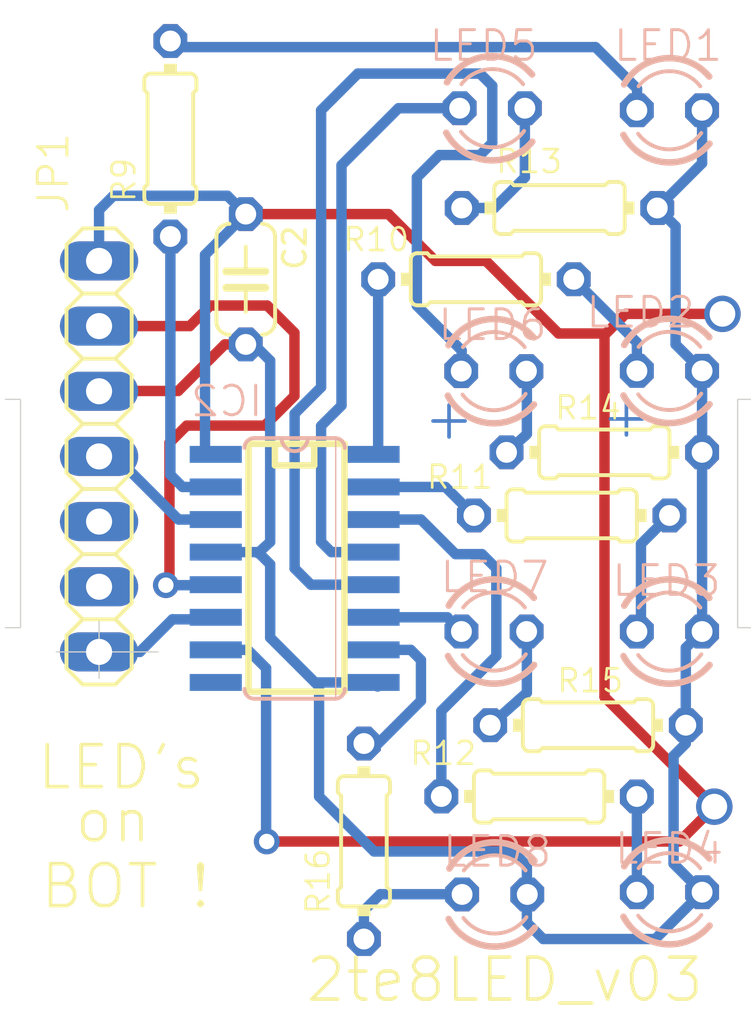
<source format=kicad_pcb>
(kicad_pcb (version 20221018) (generator pcbnew)
  (layers (0 "F.Cu" signal) (31 "B.Cu" signal) (34 "B.Paste" user) (35 "F.Paste" user) (36 "B.SilkS" user "B.Silkscreen") (37 "F.SilkS" user "F.Silkscreen") (38 "B.Mask" user) (39 "F.Mask" user) (44 "Edge.Cuts" user))
  (net 0 "")
  (net 1 "GND")
  (net 2 "IO1")
  (net 3 "VCC")
  (net 4 "N$24")
  (net 5 "N$25")
  (net 6 "N$26")
  (net 7 "N$33")
  (net 8 "N$34")
  (net 9 "N$35")
  (net 10 "N$20")
  (net 11 "N$21")
  (net 12 "N$22")
  (net 13 "N$23")
  (net 14 "N$29")
  (net 15 "N$30")
  (net 16 "N$31")
  (net 17 "N$32")
  (net 18 "N$36")
  (net 19 "N$37")
  (net 20 "IO4")
  (net 21 "IO6")
  (footprint "2te8LED_v03:0204_7" (layer "F.Cu") (at 152.3196 95.9386)
    (fp_text reference "R10" (at -5.24 -1.0254) (layer "F.SilkS") (effects (font (size 0.885993 0.885993) (thickness 0.104607)) (justify left bottom)))
    (fp_text value "820")
    (pad "1" thru_hole roundrect (at -3.81 0) (size 1.3208 1.3208) (drill 0.8128) (layers "*.Cu" "*.Mask") (chamfer_ratio 0.2928932188) (chamfer top_left top_right bottom_left bottom_right) (net 11 "N$21"))
    (pad "2" thru_hole roundrect (at 3.81 0) (size 1.3208 1.3208) (drill 0.8128) (layers "*.Cu" "*.Mask") (chamfer_ratio 0.2928932188) (chamfer top_left top_right bottom_left bottom_right) (net 15 "N$30"))
  )
  (footprint "2te8LED_v03:0204_7" (layer "F.Cu") (at 157.3204 102.6854)
    (fp_text reference "R14" (at -1.9844 -1.216) (layer "F.SilkS") (effects (font (size 0.885993 0.885993) (thickness 0.104607)) (justify left bottom)))
    (fp_text value "820")
    (pad "1" thru_hole roundrect (at -3.81 0) (size 1.3208 1.3208) (drill 0.8128) (layers "*.Cu" "*.Mask") (chamfer_ratio 0.2928932188) (chamfer top_left top_right bottom_left bottom_right) (net 8 "N$34"))
    (pad "2" thru_hole roundrect (at 3.81 0) (size 1.3208 1.3208) (drill 0.8128) (layers "*.Cu" "*.Mask") (chamfer_ratio 0.2928932188) (chamfer top_left top_right bottom_left bottom_right) (net 1 "GND"))
  )
  (footprint "2te8LED_v03:0204_7" (layer "F.Cu") (at 140.41345 90.4617 90)
    (fp_text reference "R9" (at -2.54 -1.2954 90) (layer "F.SilkS") (effects (font (size 0.885993 0.885993) (thickness 0.104607)) (justify left bottom)))
    (fp_text value "820")
    (pad "1" thru_hole roundrect (at -3.81 0 90) (size 1.3208 1.3208) (drill 0.8128) (layers "*.Cu" "*.Mask") (chamfer_ratio 0.2928932188) (chamfer top_left top_right bottom_left bottom_right) (net 10 "N$20"))
    (pad "2" thru_hole roundrect (at 3.81 0 90) (size 1.3208 1.3208) (drill 0.8128) (layers "*.Cu" "*.Mask") (chamfer_ratio 0.2928932188) (chamfer top_left top_right bottom_left bottom_right) (net 14 "N$29"))
  )
  (footprint "2te8LED_v03:0204_7" (layer "F.Cu") (at 155.574 93.1604)
    (fp_text reference "R13" (at -2.54 -1.2954) (layer "F.SilkS") (effects (font (size 0.885993 0.885993) (thickness 0.104607)) (justify left bottom)))
    (fp_text value "820")
    (pad "1" thru_hole roundrect (at -3.81 0) (size 1.3208 1.3208) (drill 0.8128) (layers "*.Cu" "*.Mask") (chamfer_ratio 0.2928932188) (chamfer top_left top_right bottom_left bottom_right) (net 7 "N$33"))
    (pad "2" thru_hole roundrect (at 3.81 0) (size 1.3208 1.3208) (drill 0.8128) (layers "*.Cu" "*.Mask") (chamfer_ratio 0.2928932188) (chamfer top_left top_right bottom_left bottom_right) (net 1 "GND"))
  )
  (footprint "2te8LED_v03:0204_7" (layer "F.Cu") (at 154.7802 116.0998)
    (fp_text reference "R12" (at -5.0937 -1.1654) (layer "F.SilkS") (effects (font (size 0.885993 0.885993) (thickness 0.104607)) (justify left bottom)))
    (fp_text value "820")
    (pad "1" thru_hole roundrect (at -3.81 0) (size 1.3208 1.3208) (drill 0.8128) (layers "*.Cu" "*.Mask") (chamfer_ratio 0.2928932188) (chamfer top_left top_right bottom_left bottom_right) (net 13 "N$23"))
    (pad "2" thru_hole roundrect (at 3.81 0) (size 1.3208 1.3208) (drill 0.8128) (layers "*.Cu" "*.Mask") (chamfer_ratio 0.2928932188) (chamfer top_left top_right bottom_left bottom_right) (net 17 "N$32"))
  )
  (footprint "2te8LED_v03:0204_7" (layer "F.Cu") (at 156.6852 113.3216)
    (fp_text reference "R15" (at -1.27 -1.216) (layer "F.SilkS") (effects (font (size 0.885993 0.885993) (thickness 0.104607)) (justify left bottom)))
    (fp_text value "820")
    (pad "1" thru_hole roundrect (at -3.81 0) (size 1.3208 1.3208) (drill 0.8128) (layers "*.Cu" "*.Mask") (chamfer_ratio 0.2928932188) (chamfer top_left top_right bottom_left bottom_right) (net 9 "N$35"))
    (pad "2" thru_hole roundrect (at 3.81 0) (size 1.3208 1.3208) (drill 0.8128) (layers "*.Cu" "*.Mask") (chamfer_ratio 0.2928932188) (chamfer top_left top_right bottom_left bottom_right) (net 1 "GND"))
  )
  (footprint "2te8LED_v03:1X07" (layer "F.Cu") (at 137.6353 102.844225 -90)
    (fp_text reference "JP1" (at -12.696825 2.45745 90) (layer "F.SilkS") (effects (font (size 1.1557 1.1557) (thickness 0.1143)) (justify right top)))
    (fp_text value "")
    (pad "1" thru_hole oval (at -7.62 0) (size 3.048 1.524) (drill 1.016) (layers "*.Cu" "*.Mask") (net 3 "VCC"))
    (pad "2" thru_hole oval (at -5.08 0) (size 3.048 1.524) (drill 1.016) (layers "*.Cu" "*.Mask") (net 21 "IO6"))
    (pad "3" thru_hole oval (at -2.54 0) (size 3.048 1.524) (drill 1.016) (layers "*.Cu" "*.Mask") (net 1 "GND"))
    (pad "4" thru_hole oval (at 0 0) (size 3.048 1.524) (drill 1.016) (layers "*.Cu" "*.Mask") (net 20 "IO4"))
    (pad "5" thru_hole oval (at 2.54 0) (size 3.048 1.524) (drill 1.016) (layers "*.Cu" "*.Mask"))
    (pad "6" thru_hole oval (at 5.08 0) (size 3.048 1.524) (drill 1.016) (layers "*.Cu" "*.Mask"))
    (pad "7" thru_hole oval (at 7.62 0) (size 3.048 1.524) (drill 1.016) (layers "*.Cu" "*.Mask") (net 2 "IO1"))
  )
  (footprint "2te8LED_v03:0204_7" (layer "F.Cu") (at 156.0502 105.1461)
    (fp_text reference "R11" (at -5.715 -0.9779) (layer "F.SilkS") (effects (font (size 0.885993 0.885993) (thickness 0.104607)) (justify left bottom)))
    (fp_text value "820")
    (pad "1" thru_hole roundrect (at -3.81 0) (size 1.3208 1.3208) (drill 0.8128) (layers "*.Cu" "*.Mask") (chamfer_ratio 0.2928932188) (chamfer top_left top_right bottom_left bottom_right) (net 12 "N$22"))
    (pad "2" thru_hole roundrect (at 3.81 0) (size 1.3208 1.3208) (drill 0.8128) (layers "*.Cu" "*.Mask") (chamfer_ratio 0.2928932188) (chamfer top_left top_right bottom_left bottom_right) (net 16 "N$31"))
  )
  (footprint "2te8LED_v03:C050-024X044" (layer "F.Cu") (at 143.3505 95.9388 -90)
    (fp_text reference "C2" (at -2.1748 -1.397 90) (layer "F.SilkS") (effects (font (size 0.87884 0.87884) (thickness 0.13716)) (justify right top)))
    (fp_text value "100n")
    (pad "1" thru_hole roundrect (at -2.54 0 270) (size 1.3208 1.3208) (drill 0.8128) (layers "*.Cu" "*.Mask") (chamfer_ratio 0.2928932188) (chamfer top_left top_right bottom_left bottom_right) (net 3 "VCC"))
    (pad "2" thru_hole roundrect (at 2.54 0 270) (size 1.3208 1.3208) (drill 0.8128) (layers "*.Cu" "*.Mask") (chamfer_ratio 0.2928932188) (chamfer top_left top_right bottom_left bottom_right) (net 1 "GND"))
  )
  (footprint "2te8LED_v03:0204_7" (layer "F.Cu") (at 147.9541 117.8461 -90)
    (fp_text reference "R16" (at 0.2106 2.3046 90) (layer "F.SilkS") (effects (font (size 0.885993 0.885993) (thickness 0.104607)) (justify right top)))
    (fp_text value "820")
    (pad "1" thru_hole roundrect (at -3.81 0 270) (size 1.3208 1.3208) (drill 0.8128) (layers "*.Cu" "*.Mask") (chamfer_ratio 0.2928932188) (chamfer top_left top_right bottom_left bottom_right) (net 18 "N$36"))
    (pad "2" thru_hole roundrect (at 3.81 0 270) (size 1.3208 1.3208) (drill 0.8128) (layers "*.Cu" "*.Mask") (chamfer_ratio 0.2928932188) (chamfer top_left top_right bottom_left bottom_right) (net 19 "N$37"))
  )
  (footprint "2te8LED_v03:LED3MM" (layer "B.Cu") (at 153.0155 99.5197)
    (fp_text reference "LED6" (at 2.1431 -2.4766) (layer "B.SilkS") (effects (font (size 1.1557 1.1557) (thickness 0.1143)) (justify right top)))
    (fp_text value "2mA" hide)
    (pad "A" thru_hole roundrect (at -1.27 0) (size 1.3208 1.3208) (drill 0.8128) (layers "*.Cu" "*.Mask") (chamfer_ratio 0.2928932188) (chamfer top_left top_right bottom_left bottom_right) (net 5 "N$25"))
    (pad "K" thru_hole roundrect (at 1.27 0) (size 1.3208 1.3208) (drill 0.8128) (layers "*.Cu" "*.Mask") (chamfer_ratio 0.2928932188) (chamfer top_left top_right bottom_left bottom_right) (net 8 "N$34"))
  )
  (footprint "2te8LED_v03:LED3MM" (layer "B.Cu") (at 153.0493 119.9182)
    (fp_text reference "LED8" (at 2.293 -2.3453) (layer "B.SilkS") (effects (font (size 1.1557 1.1557) (thickness 0.1143)) (justify right top)))
    (fp_text value "2mA" hide)
    (pad "A" thru_hole roundrect (at -1.27 0) (size 1.3208 1.3208) (drill 0.8128) (layers "*.Cu" "*.Mask") (chamfer_ratio 0.2928932188) (chamfer top_left top_right bottom_left bottom_right) (net 19 "N$37"))
    (pad "K" thru_hole roundrect (at 1.27 0) (size 1.3208 1.3208) (drill 0.8128) (layers "*.Cu" "*.Mask") (chamfer_ratio 0.2928932188) (chamfer top_left top_right bottom_left bottom_right) (net 1 "GND"))
  )
  (footprint "2te8LED_v03:LED3MM" (layer "B.Cu") (at 159.858 89.3516)
    (fp_text reference "LED1" (at 2.1431 -3.1909) (layer "B.SilkS") (effects (font (size 1.1557 1.1557) (thickness 0.1143)) (justify right top)))
    (fp_text value "2mA" hide)
    (pad "A" thru_hole roundrect (at -1.27 0) (size 1.3208 1.3208) (drill 0.8128) (layers "*.Cu" "*.Mask") (chamfer_ratio 0.2928932188) (chamfer top_left top_right bottom_left bottom_right) (net 14 "N$29"))
    (pad "K" thru_hole roundrect (at 1.27 0) (size 1.3208 1.3208) (drill 0.8128) (layers "*.Cu" "*.Mask") (chamfer_ratio 0.2928932188) (chamfer top_left top_right bottom_left bottom_right) (net 1 "GND"))
  )
  (footprint "2te8LED_v03:LED3MM" (layer "B.Cu") (at 159.8604 119.8306)
    (fp_text reference "LED4" (at 2.1794 -2.3747) (layer "B.SilkS") (effects (font (size 1.1557 1.1557) (thickness 0.1143)) (justify right top)))
    (fp_text value "2mA" hide)
    (pad "A" thru_hole roundrect (at -1.27 0) (size 1.3208 1.3208) (drill 0.8128) (layers "*.Cu" "*.Mask") (chamfer_ratio 0.2928932188) (chamfer top_left top_right bottom_left bottom_right) (net 17 "N$32"))
    (pad "K" thru_hole roundrect (at 1.27 0) (size 1.3208 1.3208) (drill 0.8128) (layers "*.Cu" "*.Mask") (chamfer_ratio 0.2928932188) (chamfer top_left top_right bottom_left bottom_right) (net 1 "GND"))
  )
  (footprint "2te8LED_v03:LED3MM" (layer "B.Cu") (at 152.9548 89.2712)
    (fp_text reference "LED5" (at 1.8599 -3.1114) (layer "B.SilkS") (effects (font (size 1.1557 1.1557) (thickness 0.1143)) (justify right top)))
    (fp_text value "2mA" hide)
    (pad "A" thru_hole roundrect (at -1.27 0) (size 1.3208 1.3208) (drill 0.8128) (layers "*.Cu" "*.Mask") (chamfer_ratio 0.2928932188) (chamfer top_left top_right bottom_left bottom_right) (net 4 "N$24"))
    (pad "K" thru_hole roundrect (at 1.27 0) (size 1.3208 1.3208) (drill 0.8128) (layers "*.Cu" "*.Mask") (chamfer_ratio 0.2928932188) (chamfer top_left top_right bottom_left bottom_right) (net 7 "N$33"))
  )
  (footprint "2te8LED_v03:LED3MM" (layer "B.Cu") (at 153.0239 109.6692)
    (fp_text reference "LED7" (at 2.2225 -2.794) (layer "B.SilkS") (effects (font (size 1.1557 1.1557) (thickness 0.1143)) (justify right top)))
    (fp_text value "2mA" hide)
    (pad "A" thru_hole roundrect (at -1.27 0) (size 1.3208 1.3208) (drill 0.8128) (layers "*.Cu" "*.Mask") (chamfer_ratio 0.2928932188) (chamfer top_left top_right bottom_left bottom_right) (net 6 "N$26"))
    (pad "K" thru_hole roundrect (at 1.27 0) (size 1.3208 1.3208) (drill 0.8128) (layers "*.Cu" "*.Mask") (chamfer_ratio 0.2928932188) (chamfer top_left top_right bottom_left bottom_right) (net 9 "N$35"))
  )
  (footprint "2te8LED_v03:LED3MM" (layer "B.Cu") (at 159.8604 99.5107)
    (fp_text reference "LED2" (at 1.0664 -2.9527) (layer "B.SilkS") (effects (font (size 1.1557 1.1557) (thickness 0.1143)) (justify right top)))
    (fp_text value "2mA" hide)
    (pad "A" thru_hole roundrect (at -1.27 0) (size 1.3208 1.3208) (drill 0.8128) (layers "*.Cu" "*.Mask") (chamfer_ratio 0.2928932188) (chamfer top_left top_right bottom_left bottom_right) (net 15 "N$30"))
    (pad "K" thru_hole roundrect (at 1.27 0) (size 1.3208 1.3208) (drill 0.8128) (layers "*.Cu" "*.Mask") (chamfer_ratio 0.2928932188) (chamfer top_left top_right bottom_left bottom_right) (net 1 "GND"))
  )
  (footprint "2te8LED_v03:LED3MM" (layer "B.Cu") (at 159.8604 109.6706)
    (fp_text reference "LED3" (at 2.0775 -2.656) (layer "B.SilkS") (effects (font (size 1.1557 1.1557) (thickness 0.1143)) (justify right top)))
    (fp_text value "2mA" hide)
    (pad "A" thru_hole roundrect (at -1.27 0) (size 1.3208 1.3208) (drill 0.8128) (layers "*.Cu" "*.Mask") (chamfer_ratio 0.2928932188) (chamfer top_left top_right bottom_left bottom_right) (net 16 "N$31"))
    (pad "K" thru_hole roundrect (at 1.27 0) (size 1.3208 1.3208) (drill 0.8128) (layers "*.Cu" "*.Mask") (chamfer_ratio 0.2928932188) (chamfer top_left top_right bottom_left bottom_right) (net 1 "GND"))
  )
  (footprint "2te8LED_v03:SO16" (layer "B.Cu") (at 145.2554 107.2098 -90)
    (fp_text reference "IC2" (at -5.8411 1.1687) (layer "B.SilkS") (effects (font (size 1.1557 1.1557) (thickness 0.1143)) (justify left bottom mirror)))
    (fp_text value "74HC595D")
    (pad "1" smd rect (at -4.445 -3.0734 270) (size 0.6604 2.032) (layers "B.Cu" "B.Paste" "B.Mask") (net 11 "N$21"))
    (pad "2" smd rect (at -3.175 -3.0734 270) (size 0.6604 2.032) (layers "B.Cu" "B.Paste" "B.Mask") (net 12 "N$22"))
    (pad "3" smd rect (at -1.905 -3.0734 270) (size 0.6604 2.032) (layers "B.Cu" "B.Paste" "B.Mask") (net 13 "N$23"))
    (pad "4" smd rect (at -0.635 -3.0734 270) (size 0.6604 2.032) (layers "B.Cu" "B.Paste" "B.Mask") (net 4 "N$24"))
    (pad "5" smd rect (at 0.635 -3.0734 270) (size 0.6604 2.032) (layers "B.Cu" "B.Paste" "B.Mask") (net 5 "N$25"))
    (pad "6" smd rect (at 1.905 -3.0734 270) (size 0.6604 2.032) (layers "B.Cu" "B.Paste" "B.Mask") (net 6 "N$26"))
    (pad "7" smd rect (at 3.175 -3.0734 270) (size 0.6604 2.032) (layers "B.Cu" "B.Paste" "B.Mask") (net 18 "N$36"))
    (pad "8" smd rect (at 4.445 -3.0734 270) (size 0.6604 2.032) (layers "B.Cu" "B.Paste" "B.Mask") (net 1 "GND"))
    (pad "9" smd rect (at 4.445 3.0734 270) (size 0.6604 2.032) (layers "B.Cu" "B.Paste" "B.Mask"))
    (pad "10" smd rect (at 3.175 3.0734 270) (size 0.6604 2.032) (layers "B.Cu" "B.Paste" "B.Mask") (net 3 "VCC"))
    (pad "11" smd rect (at 1.905 3.0734 270) (size 0.6604 2.032) (layers "B.Cu" "B.Paste" "B.Mask") (net 2 "IO1"))
    (pad "12" smd rect (at 0.635 3.0734 270) (size 0.6604 2.032) (layers "B.Cu" "B.Paste" "B.Mask") (net 21 "IO6"))
    (pad "13" smd rect (at -0.635 3.0734 270) (size 0.6604 2.032) (layers "B.Cu" "B.Paste" "B.Mask") (net 1 "GND"))
    (pad "14" smd rect (at -1.905 3.0734 270) (size 0.6604 2.032) (layers "B.Cu" "B.Paste" "B.Mask") (net 20 "IO4"))
    (pad "15" smd rect (at -3.175 3.0734 270) (size 0.6604 2.032) (layers "B.Cu" "B.Paste" "B.Mask") (net 10 "N$20"))
    (pad "16" smd rect (at -4.445 3.0734 270) (size 0.6604 2.032) (layers "B.Cu" "B.Paste" "B.Mask") (net 3 "VCC"))
  )
  (gr_line (start 144.4878 103.1936) (end 146.0178 103.1936) (stroke (width 0.254)) (layer "F.SilkS"))
  (gr_line (start 144.4878 102.3536) (end 144.4878 103.1936) (stroke (width 0.254)) (layer "F.SilkS"))
  (gr_line (start 144.4878 102.3536) (end 143.4578 102.3536) (stroke (width 0.254)) (layer "F.SilkS"))
  (gr_line (start 143.4578 102.3536) (end 143.4578 112.0136) (stroke (width 0.254)) (layer "F.SilkS"))
  (gr_line (start 147.1978 112.0136) (end 147.1978 102.3536) (stroke (width 0.254)) (layer "F.SilkS"))
  (gr_line (start 144.7578 102.3536) (end 144.4878 102.3536) (stroke (width 0.254)) (layer "F.SilkS"))
  (gr_line (start 147.1978 102.3536) (end 144.7978 102.3536) (stroke (width 0.254)) (layer "F.SilkS"))
  (gr_line (start 146.0178 103.1936) (end 146.0178 102.4336) (stroke (width 0.254)) (layer "F.SilkS"))
  (gr_line (start 143.4578 112.0136) (end 147.1978 112.0136) (stroke (width 0.254)) (layer "F.SilkS"))
  (gr_line (start 163.0233 85.0536) (end 133.9799 85.0536) (stroke (width 0.001)) (layer "Edge.Cuts"))
  (gr_line (start 137.6353 109.2736) (end 137.6353 111.4961) (stroke (width 0.05)) (layer "Edge.Cuts"))
  (gr_line (start 135.968425 110.464225) (end 139.937175 110.464225) (stroke (width 0.05)) (layer "Edge.Cuts"))
  (gr_line (start 134.5765 100.6198) (end 134.5765 109.5198) (stroke (width 0.05)) (layer "Edge.Cuts"))
  (gr_line (start 162.5233 100.6198) (end 163.0233 100.6198) (stroke (width 0.05)) (layer "Edge.Cuts"))
  (gr_line (start 162.5233 109.5198) (end 163.0233 109.5198) (stroke (width 0.05)) (layer "Edge.Cuts"))
  (gr_line (start 133.9789 109.5198) (end 134.5765 109.5198) (stroke (width 0.05)) (layer "Edge.Cuts"))
  (gr_line (start 133.9789 100.6198) (end 134.5765 100.6198) (stroke (width 0.05)) (layer "Edge.Cuts"))
  (gr_line (start 163.0233 124.9536) (end 163.0233 109.5198) (stroke (width 0.001)) (layer "Edge.Cuts"))
  (gr_line (start 163.0233 100.6198) (end 163.0233 85.0536) (stroke (width 0.001)) (layer "Edge.Cuts"))
  (gr_line (start 162.5164 100.6198) (end 162.5164 109.5198) (stroke (width 0.05)) (layer "Edge.Cuts"))
  (gr_line (start 133.9789 109.5198) (end 133.9789 124.9536) (stroke (width 0.001)) (layer "Edge.Cuts"))
  (gr_line (start 133.9799 124.9536) (end 163.0223 124.9536) (stroke (width 0.001)) (layer "Edge.Cuts"))
  (gr_line (start 133.9789 85.0536) (end 133.9789 100.6198) (stroke (width 0.001)) (layer "Edge.Cuts"))
  (gr_text "+" (at 159.2878 102.2136) (layer "B.Cu") (effects (font (size 1.63576 1.63576) (thickness 0.14224)) (justify left bottom mirror)))
  (gr_text "+" (at 152.3778 102.2936) (layer "B.Cu") (effects (font (size 1.63576 1.63576) (thickness 0.14224)) (justify left bottom mirror)))
  (gr_text "on" (at 136.6016 117.9936) (layer "F.SilkS") (effects (font (size 1.63576 1.63576) (thickness 0.14224)) (justify left bottom)))
  (gr_text "2te8LED_v03" (at 145.5978 124.2036) (layer "F.SilkS") (effects (font (size 1.63576 1.63576) (thickness 0.14224)) (justify left bottom)))
  (gr_text "LED's" (at 135.1328 115.9224) (layer "F.SilkS") (effects (font (size 1.63576 1.63576) (thickness 0.14224)) (justify left bottom)))
  (gr_text "BOT !" (at 135.2628 120.5611) (layer "F.SilkS") (effects (font (size 1.63576 1.63576) (thickness 0.14224)) (justify left bottom)))
  (segment (start 138.5983 100.304225) (end 138.5983 100.2936) (width 0.4064) (layer "F.Cu") (net 1))
  (segment (start 137.6353 100.304225) (end 138.5983 100.304225) (width 0.4064) (layer "F.Cu") (net 1))
  (segment (start 142.5326 98.4788) (end 140.7178 100.2936) (width 0.4064) (layer "F.Cu") (net 1))
  (segment (start 140.7178 100.2936) (end 138.5983 100.2936) (width 0.4064) (layer "F.Cu") (net 1))
  (segment (start 143.3505 98.4788) (end 142.5326 98.4788) (width 0.4064) (layer "F.Cu") (net 1))
  (segment (start 143.8663 106.6145) (end 143.8266 106.5748) (width 0.4064) (layer "B.Cu") (net 1))
  (segment (start 154.3041 119.9334) (end 154.3041 121.0211) (width 0.4064) (layer "B.Cu") (net 1))
  (segment (start 161.1304 101.3362) (end 161.1303 101.2567) (width 0.4064) (layer "B.Cu") (net 1))
  (segment (start 161.1303 89.3539) (end 161.128 89.3516) (width 0.4064) (layer "B.Cu") (net 1))
  (segment (start 160.4952 113.3216) (end 160.4952 110.3058) (width 0.4064) (layer "B.Cu") (net 1))
  (segment (start 160.0191 118.7193) (end 160.0191 114.5123) (width 0.4064) (layer "B.Cu") (net 1))
  (segment (start 161.1303 99.5902) (end 161.1304 99.5107) (width 0.4064) (layer "B.Cu") (net 1))
  (segment (start 148.351 118.243) (end 146.2078 116.0998) (width 0.4064) (layer "B.Cu") (net 1))
  (segment (start 161.1304 99.5107) (end 161.1304 99.5106) (width 0.4064) (layer "B.Cu") (net 1))
  (segment (start 160.4952 114.0362) (end 160.4952 113.3216) (width 0.4064) (layer "B.Cu") (net 1))
  (segment (start 160.0191 114.5123) (end 160.4952 114.0362) (width 0.4064) (layer "B.Cu") (net 1))
  (segment (start 161.1303 101.2567) (end 161.1303 99.5902) (width 0.4064) (layer "B.Cu") (net 1))
  (segment (start 146.2078 111.8136) (end 146.049 111.6548) (width 0.4064) (layer "B.Cu") (net 1))
  (segment (start 159.384 93.1604) (end 161.1303 91.4141) (width 0.4064) (layer "B.Cu") (net 1))
  (segment (start 154.3193 119.9182) (end 154.3041 119.9334) (width 0.4064) (layer "B.Cu") (net 1))
  (segment (start 143.509 98.6373) (end 143.3505 98.4788) (width 0.4064) (layer "B.Cu") (net 1))
  (segment (start 161.1304 102.6854) (end 161.1304 101.3362) (width 0.4064) (layer "B.Cu") (net 1))
  (segment (start 161.1304 109.6706) (end 161.1304 102.6854) (width 0.4064) (layer "B.Cu") (net 1))
  (segment (start 161.1303 91.4141) (end 161.1303 89.3539) (width 0.4064) (layer "B.Cu") (net 1))
  (segment (start 146.2078 116.0998) (end 146.2078 111.8136) (width 0.4064) (layer "B.Cu") (net 1))
  (segment (start 146.049 111.6548) (end 148.3288 111.6548) (width 0.4064) (layer "B.Cu") (net 1))
  (segment (start 144.3028 107.051) (end 143.8663 106.6145) (width 0.4064) (layer "B.Cu") (net 1))
  (segment (start 160.0984 93.8748) (end 159.384 93.1604) (width 0.4064) (layer "B.Cu") (net 1))
  (segment (start 160.4952 110.3058) (end 161.1304 109.6706) (width 0.4064) (layer "B.Cu") (net 1))
  (segment (start 148.3288 111.6548) (end 148.4875 111.8135) (width 0.4064) (layer "B.Cu") (net 1))
  (segment (start 154.9391 121.6561) (end 159.3049 121.6561) (width 0.4064) (layer "B.Cu") (net 1))
  (segment (start 144.3028 109.9086) (end 144.3028 107.051) (width 0.4064) (layer "B.Cu") (net 1))
  (segment (start 154.3041 119.903) (end 154.3193 119.9182) (width 0.4064) (layer "B.Cu") (net 1))
  (segment (start 143.8266 106.5748) (end 142.182 106.5748) (width 0.4064) (layer "B.Cu") (net 1))
  (segment (start 143.8663 106.6145) (end 143.8266 106.6145) (width 0.4064) (layer "B.Cu") (net 1))
  (segment (start 146.049 111.6548) (end 144.3028 109.9086) (width 0.4064) (layer "B.Cu") (net 1))
  (segment (start 143.8266 98.6373) (end 143.509 98.6373) (width 0.4064) (layer "B.Cu") (net 1))
  (segment (start 144.3028 106.178) (end 144.3028 99.1135) (width 0.4064) (layer "B.Cu") (net 1))
  (segment (start 154.3041 121.0211) (end 154.9391 121.6561) (width 0.4064) (layer "B.Cu") (net 1))
  (segment (start 153.7485 118.243) (end 154.3041 118.7986) (width 0.4064) (layer "B.Cu") (net 1))
  (segment (start 148.351 118.243) (end 153.7485 118.243) (width 0.4064) (layer "B.Cu") (net 1))
  (segment (start 161.1304 99.5106) (end 160.0984 98.4786) (width 0.4064) (layer "B.Cu") (net 1))
  (segment (start 144.3028 99.1135) (end 143.8266 98.6373) (width 0.4064) (layer "B.Cu") (net 1))
  (segment (start 154.3041 118.7986) (end 154.3041 119.903) (width 0.4064) (layer "B.Cu") (net 1))
  (segment (start 143.8266 106.6145) (end 144.3028 106.178) (width 0.4064) (layer "B.Cu") (net 1))
  (segment (start 159.3049 121.6561) (end 161.1304 119.8306) (width 0.4064) (layer "B.Cu") (net 1))
  (segment (start 161.1304 119.8306) (end 160.0191 118.7193) (width 0.4064) (layer "B.Cu") (net 1))
  (segment (start 160.0984 98.4786) (end 160.0984 93.8748) (width 0.4064) (layer "B.Cu") (net 1))
  (segment (start 137.6353 110.464225) (end 139.2229 110.464225) (width 0.4064) (layer "B.Cu") (net 2))
  (segment (start 140.4928 109.1942) (end 142.1026 109.1942) (width 0.4064) (layer "B.Cu") (net 2))
  (segment (start 139.2229 110.4641) (end 140.4928 109.1942) (width 0.4064) (layer "B.Cu") (net 2))
  (segment (start 139.2229 110.464225) (end 139.2229 110.4641) (width 0.4064) (layer "B.Cu") (net 2))
  (segment (start 142.1026 109.1942) (end 142.182 109.1148) (width 0.4064) (layer "B.Cu") (net 2))
  (segment (start 157.3278 112.2179) (end 157.3278 98.1136) (width 0.4064) (layer "F.Cu") (net 3))
  (segment (start 152.7078 95.2236) (end 150.7378 95.2236) (width 0.4064) (layer "F.Cu") (net 3))
  (segment (start 144.1678 117.8536) (end 160.2497 117.8536) (width 0.4064) (layer "F.Cu") (net 3))
  (segment (start 150.7378 95.2236) (end 148.9128 93.3986) (width 0.4064) (layer "F.Cu") (net 3))
  (segment (start 161.6066 116.4967) (end 157.3278 112.2179) (width 0.4064) (layer "F.Cu") (net 3))
  (segment (start 143.3507 93.3986) (end 143.3505 93.3988) (width 0.4064) (layer "F.Cu") (net 3))
  (segment (start 157.3278 98.1136) (end 158.1534 97.288) (width 0.4064) (layer "F.Cu") (net 3))
  (segment (start 157.3278 98.1136) (end 157.2678 98.0536) (width 0.4064) (layer "F.Cu") (net 3))
  (segment (start 155.5378 98.0536) (end 152.7078 95.2236) (width 0.4064) (layer "F.Cu") (net 3))
  (segment (start 157.2678 98.0536) (end 155.5378 98.0536) (width 0.4064) (layer "F.Cu") (net 3))
  (segment (start 158.1534 97.288) (end 161.9241 97.288) (width 0.4064) (layer "F.Cu") (net 3))
  (segment (start 160.2497 117.8536) (end 161.6066 116.4967) (width 0.4064) (layer "F.Cu") (net 3))
  (segment (start 148.9128 93.3986) (end 143.3507 93.3986) (width 0.4064) (layer "F.Cu") (net 3))
  (via (at 161.6066 116.4967) (size 1.4224) (drill 1) (layers "F.Cu" "B.Cu") (net 3))
  (via (at 144.1678 117.8536) (size 1.0064) (drill 0.6) (layers "F.Cu" "B.Cu") (net 3))
  (via (at 161.9241 97.288) (size 1.4224) (drill 1) (layers "F.Cu" "B.Cu") (net 3))
  (segment (start 142.635925 92.684225) (end 143.3505 93.3988) (width 0.4064) (layer "B.Cu") (net 3))
  (segment (start 144.1441 117.8299) (end 144.1441 111.0992) (width 0.4064) (layer "B.Cu") (net 3))
  (segment (start 144.1441 111.0992) (end 143.4297 110.3848) (width 0.4064) (layer "B.Cu") (net 3))
  (segment (start 143.4297 110.3848) (end 142.182 110.3848) (width 0.4064) (layer "B.Cu") (net 3))
  (segment (start 144.1678 117.8536) (end 144.1441 117.8299) (width 0.4064) (layer "B.Cu") (net 3))
  (segment (start 137.6353 93.23985) (end 138.190925 92.684225) (width 0.4064) (layer "B.Cu") (net 3))
  (segment (start 141.7628 94.9865) (end 143.3505 93.3988) (width 0.4064) (layer "B.Cu") (net 3))
  (segment (start 143.3505 93.3988) (end 143.3503 93.3986) (width 0.4064) (layer "B.Cu") (net 3))
  (segment (start 138.190925 92.684225) (end 142.635925 92.684225) (width 0.4064) (layer "B.Cu") (net 3))
  (segment (start 141.7628 102.7648) (end 141.7628 94.9865) (width 0.4064) (layer "B.Cu") (net 3))
  (segment (start 142.182 102.7648) (end 141.7628 102.7648) (width 0.4064) (layer "B.Cu") (net 3))
  (segment (start 137.6353 95.224225) (end 137.6353 93.23985) (width 0.4064) (layer "B.Cu") (net 3))
  (segment (start 146.6841 106.5748) (end 146.2873 106.1779) (width 0.4064) (layer "B.Cu") (net 4))
  (segment (start 146.2873 106.1779) (end 146.2873 101.6535) (width 0.4064) (layer "B.Cu") (net 4))
  (segment (start 149.3033 89.2712) (end 151.6848 89.2712) (width 0.4064) (layer "B.Cu") (net 4))
  (segment (start 147.0809 91.4936) (end 149.3033 89.2712) (width 0.4064) (layer "B.Cu") (net 4))
  (segment (start 147.0809 100.8599) (end 147.0809 91.4936) (width 0.4064) (layer "B.Cu") (net 4))
  (segment (start 146.2873 101.6535) (end 147.0809 100.8599) (width 0.4064) (layer "B.Cu") (net 4))
  (segment (start 146.6841 106.5748) (end 148.3288 106.5748) (width 0.4064) (layer "B.Cu") (net 4))
  (segment (start 145.2553 107.2098) (end 145.2553 101.1772) (width 0.4064) (layer "B.Cu") (net 5))
  (segment (start 151.7641 98.7167) (end 151.7641 99.5011) (width 0.4064) (layer "B.Cu") (net 5))
  (segment (start 150.0178 91.9698) (end 150.0178 96.9704) (width 0.4064) (layer "B.Cu") (net 5))
  (segment (start 146.2872 100.1454) (end 146.2872 89.3505) (width 0.4064) (layer "B.Cu") (net 5))
  (segment (start 150.0178 96.9704) (end 151.7641 98.7167) (width 0.4064) (layer "B.Cu") (net 5))
  (segment (start 145.8903 107.8448) (end 145.2553 107.2098) (width 0.4064) (layer "B.Cu") (net 5))
  (segment (start 150.8909 91.0967) (end 150.0178 91.9698) (width 0.4064) (layer "B.Cu") (net 5))
  (segment (start 146.2872 89.3505) (end 147.716 87.9217) (width 0.4064) (layer "B.Cu") (net 5))
  (segment (start 152.9547 90.6205) (end 152.4785 91.0967) (width 0.4064) (layer "B.Cu") (net 5))
  (segment (start 145.2553 101.1772) (end 146.2872 100.1454) (width 0.4064) (layer "B.Cu") (net 5))
  (segment (start 152.4784 87.9217) (end 152.9547 88.398) (width 0.4064) (layer "B.Cu") (net 5))
  (segment (start 152.9547 88.398) (end 152.9547 90.6205) (width 0.4064) (layer "B.Cu") (net 5))
  (segment (start 145.8903 107.8448) (end 148.3288 107.8448) (width 0.4064) (layer "B.Cu") (net 5))
  (segment (start 152.4785 91.0967) (end 150.8909 91.0967) (width 0.4064) (layer "B.Cu") (net 5))
  (segment (start 151.7641 99.5011) (end 151.7455 99.5197) (width 0.4064) (layer "B.Cu") (net 5))
  (segment (start 147.716 87.9217) (end 152.4784 87.9217) (width 0.4064) (layer "B.Cu") (net 5))
  (segment (start 151.2082 109.1235) (end 151.2082 109.1148) (width 0.4064) (layer "B.Cu") (net 6))
  (segment (start 151.7539 109.6692) (end 151.2082 109.1235) (width 0.4064) (layer "B.Cu") (net 6))
  (segment (start 151.2082 109.1148) (end 148.3288 109.1148) (width 0.4064) (layer "B.Cu") (net 6))
  (segment (start 151.9228 93.1605) (end 153.0341 93.1605) (width 0.4064) (layer "B.Cu") (net 7))
  (segment (start 154.2248 91.9698) (end 154.2248 89.2712) (width 0.4064) (layer "B.Cu") (net 7))
  (segment (start 151.764 93.1604) (end 151.9228 93.1605) (width 0.4064) (layer "B.Cu") (net 7))
  (segment (start 153.0341 93.1605) (end 154.2248 91.9698) (width 0.4064) (layer "B.Cu") (net 7))
  (segment (start 154.3041 101.9711) (end 154.3041 99.5383) (width 0.4064) (layer "B.Cu") (net 8))
  (segment (start 154.2247 102.0505) (end 154.2247 102.0504) (width 0.4064) (layer "B.Cu") (net 8))
  (segment (start 154.3041 99.5383) (end 154.2855 99.5197) (width 0.4064) (layer "B.Cu") (net 8))
  (segment (start 153.5104 102.6854) (end 154.2247 102.0505) (width 0.4064) (layer "B.Cu") (net 8))
  (segment (start 154.2247 102.0504) (end 154.3041 101.9711) (width 0.4064) (layer "B.Cu") (net 8))
  (segment (start 152.8752 113.3216) (end 154.304 112.0516) (width 0.4064) (layer "B.Cu") (net 9))
  (segment (start 154.304 109.6793) (end 154.2939 109.6692) (width 0.4064) (layer "B.Cu") (net 9))
  (segment (start 154.304 112.0516) (end 154.304 109.6793) (width 0.4064) (layer "B.Cu") (net 9))
  (segment (start 140.41345 103.5586) (end 140.41345 94.2717) (width 0.4064) (layer "B.Cu") (net 10))
  (segment (start 142.182 104.0348) (end 140.88965 104.0348) (width 0.4064) (layer "B.Cu") (net 10))
  (segment (start 140.88965 104.0348) (end 140.41345 103.5586) (width 0.4064) (layer "B.Cu") (net 10))
  (segment (start 148.5096 102.584) (end 148.5096 95.9386) (width 0.4064) (layer "B.Cu") (net 11))
  (segment (start 148.3288 102.7648) (end 148.5096 102.584) (width 0.4064) (layer "B.Cu") (net 11))
  (segment (start 151.129 104.0348) (end 148.3288 104.0348) (width 0.4064) (layer "B.Cu") (net 12))
  (segment (start 152.2402 105.1461) (end 151.8433 104.7491) (width 0.4064) (layer "B.Cu") (net 12))
  (segment (start 151.8433 104.7491) (end 151.129 104.0348) (width 0.4064) (layer "B.Cu") (net 12))
  (segment (start 153.1134 107.2098) (end 152.5578 106.6542) (width 0.4064) (layer "B.Cu") (net 13))
  (segment (start 151.5259 106.6542) (end 150.1765 105.3048) (width 0.4064) (layer "B.Cu") (net 13))
  (segment (start 150.9702 116.0998) (end 150.9702 112.7661) (width 0.4064) (layer "B.Cu") (net 13))
  (segment (start 150.1765 105.3048) (end 148.3288 105.3048) (width 0.4064) (layer "B.Cu") (net 13))
  (segment (start 152.5578 106.6542) (end 151.5259 106.6542) (width 0.4064) (layer "B.Cu") (net 13))
  (segment (start 153.1134 110.6229) (end 153.1134 107.2098) (width 0.4064) (layer "B.Cu") (net 13))
  (segment (start 150.9702 112.7661) (end 153.1134 110.6229) (width 0.4064) (layer "B.Cu") (net 13))
  (segment (start 156.9774 86.8898) (end 158.5971 88.5095) (width 0.4064) (layer "B.Cu") (net 14))
  (segment (start 140.41345 86.6517) (end 140.2547 86.8898) (width 0.4064) (layer "B.Cu") (net 14))
  (segment (start 140.2547 86.8898) (end 156.9774 86.8898) (width 0.4064) (layer "B.Cu") (net 14))
  (segment (start 158.5971 88.5095) (end 158.5971 89.3425) (width 0.4064) (layer "B.Cu") (net 14))
  (segment (start 158.5971 89.3425) (end 158.588 89.3516) (width 0.4064) (layer "B.Cu") (net 14))
  (segment (start 158.5904 99.5107) (end 158.5904 98.3993) (width 0.4064) (layer "B.Cu") (net 15))
  (segment (start 158.5904 98.3993) (end 156.1296 95.9386) (width 0.4064) (layer "B.Cu") (net 15))
  (segment (start 158.7491 109.5119) (end 158.7491 106.2573) (width 0.4064) (layer "B.Cu") (net 16))
  (segment (start 159.2254 105.7811) (end 159.8602 105.1461) (width 0.4064) (layer "B.Cu") (net 16))
  (segment (start 158.7491 106.2573) (end 159.2254 105.7811) (width 0.4064) (layer "B.Cu") (net 16))
  (segment (start 158.5904 109.6706) (end 158.7491 109.5119) (width 0.4064) (layer "B.Cu") (net 16))
  (segment (start 158.5902 119.8304) (end 158.5902 116.0998) (width 0.4064) (layer "B.Cu") (net 17))
  (segment (start 158.5904 119.8306) (end 158.5902 119.8304) (width 0.4064) (layer "B.Cu") (net 17))
  (segment (start 149.7797 110.3848) (end 148.3288 110.3848) (width 0.4064) (layer "B.Cu") (net 18))
  (segment (start 147.9541 114.0361) (end 148.5097 114.0361) (width 0.4064) (layer "B.Cu") (net 18))
  (segment (start 148.5097 114.0361) (end 150.1766 112.3692) (width 0.4064) (layer "B.Cu") (net 18))
  (segment (start 150.1766 112.3692) (end 150.1766 110.7817) (width 0.4064) (layer "B.Cu") (net 18))
  (segment (start 150.1766 110.7817) (end 149.7797 110.3848) (width 0.4064) (layer "B.Cu") (net 18))
  (segment (start 147.9541 121.6561) (end 147.9541 120.5448) (width 0.4064) (layer "B.Cu") (net 19))
  (segment (start 151.7709 119.9098) (end 151.7793 119.9182) (width 0.4064) (layer "B.Cu") (net 19))
  (segment (start 148.5891 119.9098) (end 151.7709 119.9098) (width 0.4064) (layer "B.Cu") (net 19))
  (segment (start 147.9541 120.5448) (end 148.5891 119.9098) (width 0.4064) (layer "B.Cu") (net 19))
  (segment (start 140.7309 105.3048) (end 142.182 105.3048) (width 0.4064) (layer "B.Cu") (net 20))
  (segment (start 138.2702 102.844225) (end 138.2702 102.8441) (width 0.4064) (layer "B.Cu") (net 20))
  (segment (start 138.2702 102.8441) (end 140.7309 105.3048) (width 0.4064) (layer "B.Cu") (net 20))
  (segment (start 137.6353 102.844225) (end 138.2702 102.844225) (width 0.4064) (layer "B.Cu") (net 20))
  (segment (start 137.6353 97.764225) (end 141.1673 97.764225) (width 0.4064) (layer "F.Cu") (net 21))
  (segment (start 141.0478 101.6436) (end 144.0878 101.6436) (width 0.4064) (layer "F.Cu") (net 21))
  (segment (start 144.0878 101.6436) (end 145.2478 100.4836) (width 0.4064) (layer "F.Cu") (net 21))
  (segment (start 141.1673 97.764225) (end 141.1673 97.7641) (width 0.4064) (layer "F.Cu") (net 21))
  (segment (start 144.1878 96.9636) (end 141.9678 96.9636) (width 0.4064) (layer "F.Cu") (net 21))
  (segment (start 140.2378 107.8636) (end 140.3778 107.7236) (width 0.4064) (layer "F.Cu") (net 21))
  (segment (start 140.3778 102.3136) (end 141.0478 101.6436) (width 0.4064) (layer "F.Cu") (net 21))
  (segment (start 141.9678 96.9636) (end 141.1673 97.7641) (width 0.4064) (layer "F.Cu") (net 21))
  (segment (start 145.2478 98.0236) (end 144.1878 96.9636) (width 0.4064) (layer "F.Cu") (net 21))
  (segment (start 140.3778 107.7236) (end 140.3778 102.3136) (width 0.4064) (layer "F.Cu") (net 21))
  (segment (start 145.2478 100.4836) (end 145.2478 98.0236) (width 0.4064) (layer "F.Cu") (net 21))
  (via (at 140.2378 107.8636) (size 1.0064) (drill 0.6) (layers "F.Cu" "B.Cu") (net 21))
  (segment (start 142.1632 107.8636) (end 140.2378 107.8636) (width 0.4064) (layer "B.Cu") (net 21))
  (segment (start 142.182 107.8448) (end 142.1632 107.8636) (width 0.4064) (layer "B.Cu") (net 21))
)
</source>
